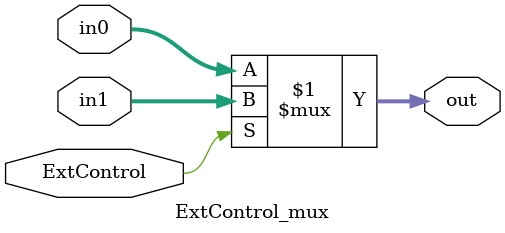
<source format=v>
`timescale 1ns / 1ps

module ExtControl_mux(
input [31:0] in0,
input [31:0] in1,
input ExtControl,
output [31:0] out
);
    assign out = (ExtControl)? in1: in0;
endmodule

</source>
